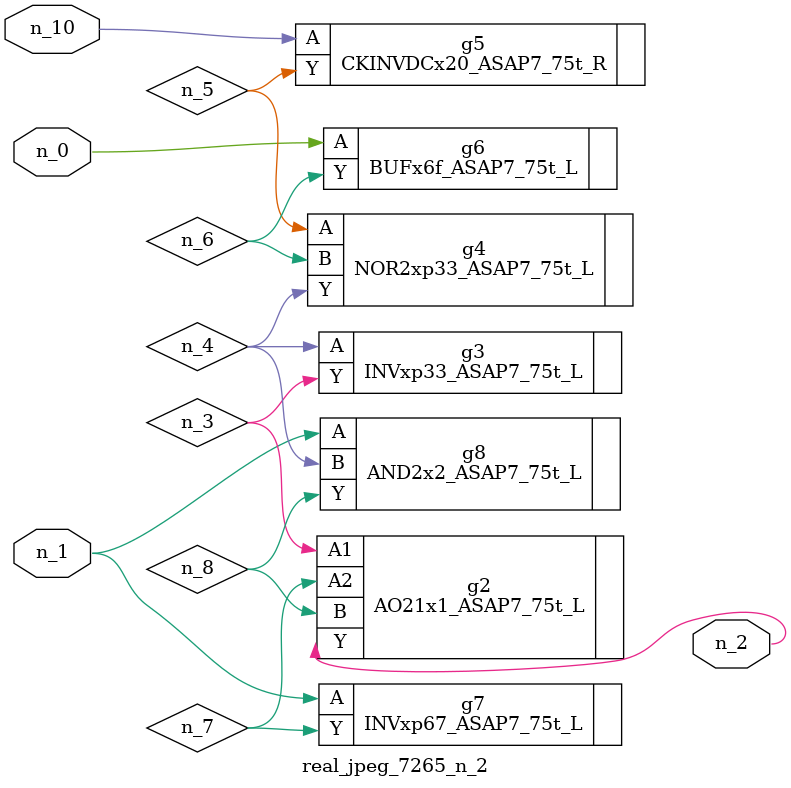
<source format=v>
module real_jpeg_7265_n_2 (n_1, n_10, n_0, n_2);

input n_1;
input n_10;
input n_0;

output n_2;

wire n_5;
wire n_4;
wire n_8;
wire n_6;
wire n_7;
wire n_3;

BUFx6f_ASAP7_75t_L g6 ( 
.A(n_0),
.Y(n_6)
);

INVxp67_ASAP7_75t_L g7 ( 
.A(n_1),
.Y(n_7)
);

AND2x2_ASAP7_75t_L g8 ( 
.A(n_1),
.B(n_4),
.Y(n_8)
);

AO21x1_ASAP7_75t_L g2 ( 
.A1(n_3),
.A2(n_7),
.B(n_8),
.Y(n_2)
);

INVxp33_ASAP7_75t_L g3 ( 
.A(n_4),
.Y(n_3)
);

NOR2xp33_ASAP7_75t_L g4 ( 
.A(n_5),
.B(n_6),
.Y(n_4)
);

CKINVDCx20_ASAP7_75t_R g5 ( 
.A(n_10),
.Y(n_5)
);


endmodule
</source>
